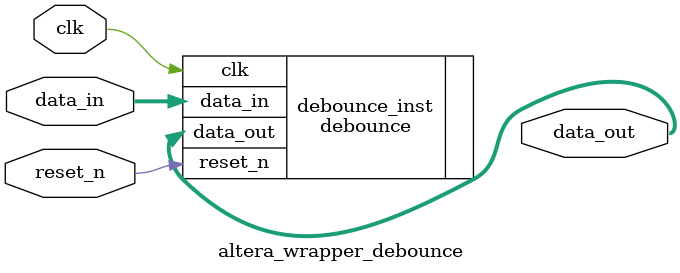
<source format=v>
module altera_wrapper_debounce (
  clk,
  reset_n,
  data_in,
  data_out
);

  input  wire clk;
  input  wire reset_n;
  input  wire [3:0] data_in;
  output wire [3:0] data_out;

  parameter WIDTH = 4;
  parameter POLARITY = "LOW";
  parameter TIMEOUT = 50000;
  parameter TIMEOUT_WIDTH = 16;

  debounce debounce_inst (
    .clk                                  (clk),
    .reset_n                              (reset_n),
    .data_in                              (data_in),
    .data_out                             (data_out)
  );

endmodule

</source>
